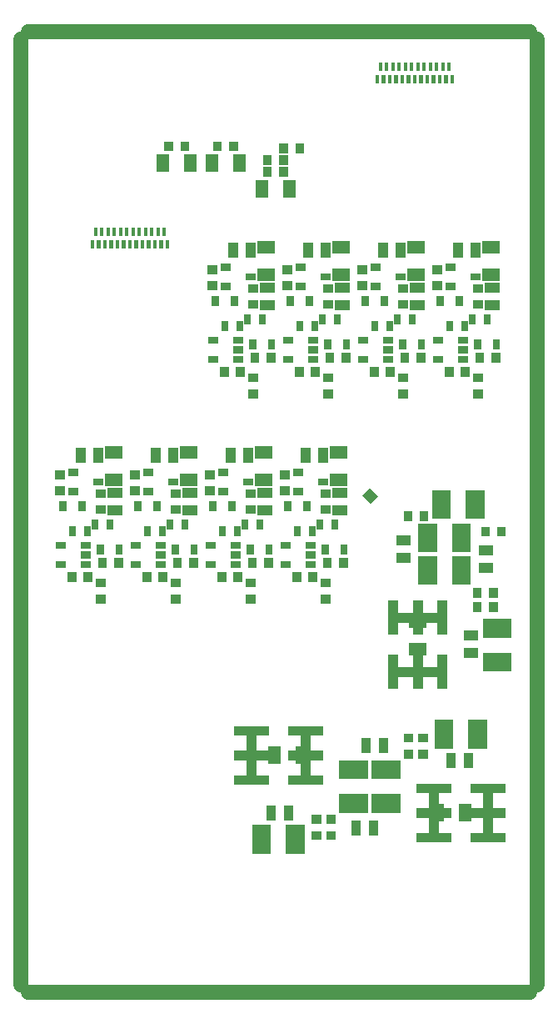
<source format=gbr>
G04 start of page 15 for group -4015 idx -4015 *
G04 Title: EPTPREAMPS, toppaste *
G04 Creator: pcb 1.99z *
G04 CreationDate: Fr 20 Jun 2014 11:29:12 GMT UTC *
G04 For: stephan *
G04 Format: Gerber/RS-274X *
G04 PCB-Dimensions (mil): 2952.76 4724.41 *
G04 PCB-Coordinate-Origin: lower left *
%MOIN*%
%FSLAX25Y25*%
%LNTOPPASTE*%
%ADD230R,0.0394X0.0394*%
%ADD229C,0.0001*%
%ADD228R,0.0750X0.0750*%
%ADD227R,0.0145X0.0145*%
%ADD226R,0.0280X0.0280*%
%ADD225R,0.0394X0.0394*%
%ADD224R,0.0350X0.0350*%
%ADD223R,0.0500X0.0500*%
%ADD222C,0.0591*%
G54D222*X47244Y428150D02*X248031D01*
X250984Y425198D02*Y47245D01*
X47244Y44292D02*X248031D01*
X44291Y425198D02*Y47245D01*
G54D223*X151750Y366441D02*Y364441D01*
X140750Y366441D02*Y364441D01*
G54D224*X143050Y372391D02*Y371991D01*
X149450Y372391D02*Y371991D01*
G54D223*X231500Y331191D02*X233500D01*
X231500Y342191D02*X233500D01*
G54D224*X227050Y319241D02*X227450D01*
X227050Y325641D02*X227450D01*
G54D225*X232000Y325941D02*X234000D01*
X232000Y318941D02*X234000D01*
X226250Y341941D02*Y339941D01*
X219250Y341941D02*Y339941D01*
G54D226*X215600Y326441D02*X216800D01*
X215600Y334041D02*X216800D01*
X225800Y330241D02*X227000D01*
G54D224*X210800Y333141D02*X211200D01*
X210800Y326741D02*X211200D01*
G54D226*X220900Y297241D02*X222100D01*
X220900Y301041D02*X222100D01*
X220900Y304841D02*X222100D01*
X210700D02*X211900D01*
X210700Y297241D02*X211900D01*
G54D224*X222200Y292391D02*Y291991D01*
X215800Y292391D02*Y291991D01*
X228050Y298141D02*Y297741D01*
X234450Y298141D02*Y297741D01*
G54D226*X212250Y321341D02*Y320141D01*
X219850Y321341D02*Y320141D01*
X216050Y311141D02*Y309941D01*
X222050Y311141D02*Y309941D01*
X234750Y303741D02*Y302541D01*
X227150Y303741D02*Y302541D01*
X230950Y313941D02*Y312741D01*
X224950Y313941D02*Y312741D01*
G54D223*X201500Y331191D02*X203500D01*
X201500Y342191D02*X203500D01*
G54D224*X197050Y319241D02*X197450D01*
X197050Y325641D02*X197450D01*
G54D225*X202000Y325941D02*X204000D01*
X202000Y318941D02*X204000D01*
X196250Y341941D02*Y339941D01*
X189250Y341941D02*Y339941D01*
G54D226*X185600Y326441D02*X186800D01*
X185600Y334041D02*X186800D01*
X195800Y330241D02*X197000D01*
G54D224*X180800Y333141D02*X181200D01*
X180800Y326741D02*X181200D01*
G54D226*X190900Y297241D02*X192100D01*
X190900Y301041D02*X192100D01*
X190900Y304841D02*X192100D01*
X180700D02*X181900D01*
X180700Y297241D02*X181900D01*
G54D224*X192200Y292391D02*Y291991D01*
X185800Y292391D02*Y291991D01*
X198050Y298141D02*Y297741D01*
X204450Y298141D02*Y297741D01*
G54D226*X182250Y321341D02*Y320141D01*
X189850Y321341D02*Y320141D01*
X186050Y311141D02*Y309941D01*
X192050Y311141D02*Y309941D01*
X204750Y303741D02*Y302541D01*
X197150Y303741D02*Y302541D01*
X200950Y313941D02*Y312741D01*
X194950Y313941D02*Y312741D01*
G54D223*X171500Y331191D02*X173500D01*
X171500Y342191D02*X173500D01*
G54D224*X167050Y319241D02*X167450D01*
X167050Y325641D02*X167450D01*
G54D225*X172000Y325941D02*X174000D01*
X172000Y318941D02*X174000D01*
X166250Y341941D02*Y339941D01*
X159250Y341941D02*Y339941D01*
G54D226*X155600Y326441D02*X156800D01*
X155600Y334041D02*X156800D01*
X165800Y330241D02*X167000D01*
G54D224*X150800Y333141D02*X151200D01*
X150800Y326741D02*X151200D01*
G54D226*X160900Y297241D02*X162100D01*
X160900Y301041D02*X162100D01*
X160900Y304841D02*X162100D01*
X150700D02*X151900D01*
X150700Y297241D02*X151900D01*
G54D224*X162200Y292391D02*Y291991D01*
X155800Y292391D02*Y291991D01*
X168050Y298141D02*Y297741D01*
X174450Y298141D02*Y297741D01*
G54D226*X152250Y321341D02*Y320141D01*
X159850Y321341D02*Y320141D01*
X156050Y311141D02*Y309941D01*
X162050Y311141D02*Y309941D01*
X174750Y303741D02*Y302541D01*
X167150Y303741D02*Y302541D01*
X170950Y313941D02*Y312741D01*
X164950Y313941D02*Y312741D01*
G54D223*X141500Y331191D02*X143500D01*
X141500Y342191D02*X143500D01*
G54D224*X137050Y319241D02*X137450D01*
X137050Y325641D02*X137450D01*
G54D225*X142000Y325941D02*X144000D01*
X142000Y318941D02*X144000D01*
X136250Y341941D02*Y339941D01*
X129250Y341941D02*Y339941D01*
G54D226*X125600Y326441D02*X126800D01*
X125600Y334041D02*X126800D01*
X135800Y330241D02*X137000D01*
G54D224*X120800Y333141D02*X121200D01*
X120800Y326741D02*X121200D01*
G54D226*X130900Y297241D02*X132100D01*
X130900Y301041D02*X132100D01*
X130900Y304841D02*X132100D01*
X120700D02*X121900D01*
X120700Y297241D02*X121900D01*
G54D224*X132200Y292391D02*Y291991D01*
X125800Y292391D02*Y291991D01*
X138050Y298141D02*Y297741D01*
X144450Y298141D02*Y297741D01*
G54D226*X122250Y321341D02*Y320141D01*
X129850Y321341D02*Y320141D01*
X126050Y311141D02*Y309941D01*
X132050Y311141D02*Y309941D01*
X144750Y303741D02*Y302541D01*
X137150Y303741D02*Y302541D01*
X140950Y313941D02*Y312741D01*
X134950Y313941D02*Y312741D01*
G54D227*X73000Y344191D02*Y342191D01*
X75500Y344191D02*Y342191D01*
X78000Y344191D02*Y342191D01*
X80500Y344191D02*Y342191D01*
X83000Y344191D02*Y342191D01*
X85500Y344191D02*Y342191D01*
X88000Y344191D02*Y342191D01*
X90500Y344191D02*Y342191D01*
X93000Y344191D02*Y342191D01*
X95500Y344191D02*Y342191D01*
X98000Y344191D02*Y342191D01*
X100500Y344191D02*Y342191D01*
X103000Y344191D02*Y342191D01*
X89250Y349191D02*Y347191D01*
X91750Y349191D02*Y347191D01*
X94250Y349191D02*Y347191D01*
X96750Y349191D02*Y347191D01*
X99250Y349191D02*Y347191D01*
X101750Y349191D02*Y347191D01*
X74250Y349191D02*Y347191D01*
X76750Y349191D02*Y347191D01*
X79250Y349191D02*Y347191D01*
X81750Y349191D02*Y347191D01*
X84250Y349191D02*Y347191D01*
X86750Y349191D02*Y347191D01*
G54D223*X156750Y139941D02*Y137941D01*
X145750Y139941D02*Y137941D01*
X222250Y116941D02*Y114941D01*
X211250Y116941D02*Y114941D01*
G54D224*X162550Y113391D02*X162950D01*
X162550Y106991D02*X162950D01*
G54D225*X151500Y116941D02*Y114941D01*
X144500Y116941D02*Y114941D01*
G54D224*X205050Y139491D02*X205450D01*
X205050Y145891D02*X205450D01*
X168300Y106991D02*X168700D01*
X168300Y113391D02*X168700D01*
G54D225*X178500Y110941D02*Y108941D01*
X185500Y110941D02*Y108941D01*
G54D224*X199300Y139491D02*X199700D01*
X199300Y145891D02*X199700D01*
G54D225*X189500Y143941D02*Y141941D01*
X182500Y143941D02*Y141941D01*
X216500Y137941D02*Y135941D01*
X223500Y137941D02*Y135941D01*
G54D228*X213750Y149441D02*Y145441D01*
X227250Y149441D02*Y145441D01*
X140750Y107441D02*Y103441D01*
X154250Y107441D02*Y103441D01*
X220750Y227941D02*Y223941D01*
X207250Y227941D02*Y223941D01*
X220750Y214941D02*Y210941D01*
X207250Y214941D02*Y210941D01*
G54D225*X196500Y224941D02*X198500D01*
X196500Y217941D02*X198500D01*
X229500Y213941D02*X231500D01*
X229500Y220941D02*X231500D01*
G54D224*X227050Y198391D02*Y197991D01*
X233450Y198391D02*Y197991D01*
G54D225*X223500Y186941D02*X225500D01*
X223500Y179941D02*X225500D01*
G54D228*X226250Y241191D02*Y237191D01*
X212750Y241191D02*Y237191D01*
X233000Y189691D02*X237000D01*
X233000Y176191D02*X237000D01*
G54D224*X230300Y228641D02*Y228241D01*
X236700Y228641D02*Y228241D01*
X199300Y234891D02*Y234491D01*
X205700Y234891D02*Y234491D01*
X227050Y204141D02*Y203741D01*
X233450Y204141D02*Y203741D01*
G54D223*X202250Y192441D02*X204250D01*
X202250Y181441D02*X204250D01*
G54D226*X83750Y221741D02*Y220541D01*
X76150Y221741D02*Y220541D01*
X79950Y231941D02*Y230741D01*
X73950Y231941D02*Y230741D01*
X61250Y239341D02*Y238141D01*
X68850Y239341D02*Y238141D01*
X65050Y229141D02*Y227941D01*
X71050Y229141D02*Y227941D01*
G54D224*X77050Y216141D02*Y215741D01*
X83450Y216141D02*Y215741D01*
X71200Y210391D02*Y209991D01*
X64800Y210391D02*Y209991D01*
G54D226*X69900Y215241D02*X71100D01*
X69900Y219041D02*X71100D01*
X69900Y222841D02*X71100D01*
X59700D02*X60900D01*
X59700Y215241D02*X60900D01*
G54D224*X59800Y251141D02*X60200D01*
X59800Y244741D02*X60200D01*
G54D226*X64600Y244441D02*X65800D01*
X64600Y252041D02*X65800D01*
X74800Y248241D02*X76000D01*
G54D225*X75250Y259941D02*Y257941D01*
X68250Y259941D02*Y257941D01*
X81000Y243941D02*X83000D01*
X81000Y236941D02*X83000D01*
G54D224*X76050Y237241D02*X76450D01*
X76050Y243641D02*X76450D01*
G54D223*X80500Y249191D02*X82500D01*
X80500Y260191D02*X82500D01*
G54D226*X113750Y221741D02*Y220541D01*
X106150Y221741D02*Y220541D01*
X109950Y231941D02*Y230741D01*
X103950Y231941D02*Y230741D01*
X91250Y239341D02*Y238141D01*
X98850Y239341D02*Y238141D01*
X95050Y229141D02*Y227941D01*
X101050Y229141D02*Y227941D01*
G54D224*X107050Y216141D02*Y215741D01*
X113450Y216141D02*Y215741D01*
X101200Y210391D02*Y209991D01*
X94800Y210391D02*Y209991D01*
G54D226*X99900Y215241D02*X101100D01*
X99900Y219041D02*X101100D01*
X99900Y222841D02*X101100D01*
X89700D02*X90900D01*
X89700Y215241D02*X90900D01*
G54D224*X89800Y251141D02*X90200D01*
X89800Y244741D02*X90200D01*
G54D226*X94600Y244441D02*X95800D01*
X94600Y252041D02*X95800D01*
X104800Y248241D02*X106000D01*
G54D225*X105250Y259941D02*Y257941D01*
X98250Y259941D02*Y257941D01*
X111000Y243941D02*X113000D01*
X111000Y236941D02*X113000D01*
G54D224*X106050Y237241D02*X106450D01*
X106050Y243641D02*X106450D01*
G54D223*X110500Y249191D02*X112500D01*
X110500Y260191D02*X112500D01*
G54D226*X143750Y221741D02*Y220541D01*
X136150Y221741D02*Y220541D01*
X139950Y231941D02*Y230741D01*
X133950Y231941D02*Y230741D01*
X121250Y239341D02*Y238141D01*
X128850Y239341D02*Y238141D01*
X125050Y229141D02*Y227941D01*
X131050Y229141D02*Y227941D01*
G54D224*X137050Y216141D02*Y215741D01*
X143450Y216141D02*Y215741D01*
X131200Y210391D02*Y209991D01*
X124800Y210391D02*Y209991D01*
G54D226*X129900Y215241D02*X131100D01*
X129900Y219041D02*X131100D01*
X129900Y222841D02*X131100D01*
X119700D02*X120900D01*
X119700Y215241D02*X120900D01*
G54D224*X119800Y251141D02*X120200D01*
X119800Y244741D02*X120200D01*
G54D226*X124600Y244441D02*X125800D01*
X124600Y252041D02*X125800D01*
X134800Y248241D02*X136000D01*
G54D225*X135250Y259941D02*Y257941D01*
X128250Y259941D02*Y257941D01*
X141000Y243941D02*X143000D01*
X141000Y236941D02*X143000D01*
G54D224*X136050Y237241D02*X136450D01*
X136050Y243641D02*X136450D01*
G54D223*X140500Y249191D02*X142500D01*
X140500Y260191D02*X142500D01*
G54D226*X173750Y221741D02*Y220541D01*
X166150Y221741D02*Y220541D01*
X169950Y231941D02*Y230741D01*
X163950Y231941D02*Y230741D01*
X151250Y239341D02*Y238141D01*
X158850Y239341D02*Y238141D01*
X155050Y229141D02*Y227941D01*
X161050Y229141D02*Y227941D01*
G54D224*X167050Y216141D02*Y215741D01*
X173450Y216141D02*Y215741D01*
X161200Y210391D02*Y209991D01*
X154800Y210391D02*Y209991D01*
G54D226*X159900Y215241D02*X161100D01*
X159900Y219041D02*X161100D01*
X159900Y222841D02*X161100D01*
X149700D02*X150900D01*
X149700Y215241D02*X150900D01*
G54D224*X149800Y251141D02*X150200D01*
X149800Y244741D02*X150200D01*
G54D226*X154600Y244441D02*X155800D01*
X154600Y252041D02*X155800D01*
X164800Y248241D02*X166000D01*
G54D225*X165250Y259941D02*Y257941D01*
X158250Y259941D02*Y257941D01*
X171000Y243941D02*X173000D01*
X171000Y236941D02*X173000D01*
G54D224*X166050Y237241D02*X166450D01*
X166050Y243641D02*X166450D01*
G54D223*X170500Y249191D02*X172500D01*
X170500Y260191D02*X172500D01*
G54D224*X166050Y201491D02*X166450D01*
X166050Y207891D02*X166450D01*
X136050Y201491D02*X136450D01*
X136050Y207891D02*X136450D01*
X106050Y201491D02*X106450D01*
X106050Y207891D02*X106450D01*
X76050Y201491D02*X76450D01*
X76050Y207891D02*X76450D01*
X227050Y283491D02*X227450D01*
X227050Y289891D02*X227450D01*
X197050Y283491D02*X197450D01*
X197050Y289891D02*X197450D01*
X167050Y283491D02*X167450D01*
X167050Y289891D02*X167450D01*
X137050Y283491D02*X137450D01*
X137050Y289891D02*X137450D01*
G54D229*G36*
X184000Y245769D02*X187328Y242441D01*
X184500Y239613D01*
X181172Y242941D01*
X184000Y245769D01*
G37*
G54D228*X175500Y133191D02*X179500D01*
X175500Y119691D02*X179500D01*
X188500Y133191D02*X192500D01*
X188500Y119691D02*X192500D01*
G54D230*X213093Y198939D02*Y189096D01*
X203250Y198939D02*Y189096D01*
X193407Y198939D02*Y189096D01*
X195376Y194018D02*X211124D01*
X213093Y177285D02*Y167443D01*
X203250Y177285D02*Y167443D01*
X193407Y177285D02*Y167443D01*
X195376Y172364D02*X211124D01*
X204752Y125783D02*X214594D01*
X204752Y115941D02*X214594D01*
X204752Y106098D02*X214594D01*
X209673Y123815D02*Y108067D01*
X226406Y125783D02*X236248D01*
X226406Y115941D02*X236248D01*
X226406Y106098D02*X236248D01*
X231327Y123815D02*Y108067D01*
X153406Y129098D02*X163248D01*
X153406Y138941D02*X163248D01*
X153406Y148783D02*X163248D01*
X158327Y146815D02*Y131067D01*
X131752Y129098D02*X141594D01*
X131752Y138941D02*X141594D01*
X131752Y148783D02*X141594D01*
X136673Y146815D02*Y131067D01*
G54D224*X149450Y377141D02*Y376741D01*
X143050Y377141D02*Y376741D01*
X149550Y381891D02*Y381491D01*
X155950Y381891D02*Y381491D01*
G54D227*X187000Y410191D02*Y408191D01*
X189500Y410191D02*Y408191D01*
X192000Y410191D02*Y408191D01*
X194500Y410191D02*Y408191D01*
X197000Y410191D02*Y408191D01*
X199500Y410191D02*Y408191D01*
X202000Y410191D02*Y408191D01*
X204500Y410191D02*Y408191D01*
X207000Y410191D02*Y408191D01*
X209500Y410191D02*Y408191D01*
X212000Y410191D02*Y408191D01*
X214500Y410191D02*Y408191D01*
X217000Y410191D02*Y408191D01*
X203250Y415191D02*Y413191D01*
X205750Y415191D02*Y413191D01*
X208250Y415191D02*Y413191D01*
X210750Y415191D02*Y413191D01*
X213250Y415191D02*Y413191D01*
X215750Y415191D02*Y413191D01*
X188250Y415191D02*Y413191D01*
X190750Y415191D02*Y413191D01*
X193250Y415191D02*Y413191D01*
X195750Y415191D02*Y413191D01*
X198250Y415191D02*Y413191D01*
X200750Y415191D02*Y413191D01*
G54D223*X120750Y376691D02*Y374691D01*
X131750Y376691D02*Y374691D01*
G54D224*X129450Y382641D02*Y382241D01*
X123050Y382641D02*Y382241D01*
X103550Y382641D02*Y382241D01*
X109950Y382641D02*Y382241D01*
G54D223*X112250Y376691D02*Y374691D01*
X101250Y376691D02*Y374691D01*
M02*

</source>
